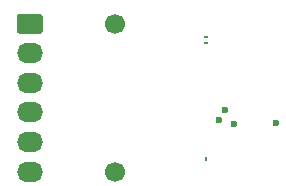
<source format=gts>
G04 #@! TF.GenerationSoftware,KiCad,Pcbnew,8.0.7-8.0.7-0~ubuntu22.04.1*
G04 #@! TF.CreationDate,2024-12-16T06:05:48+00:00*
G04 #@! TF.ProjectId,Test_2,54657374-5f32-42e6-9b69-6361645f7063,rev?*
G04 #@! TF.SameCoordinates,PX85e5580PY67486e0*
G04 #@! TF.FileFunction,Soldermask,Top*
G04 #@! TF.FilePolarity,Negative*
%FSLAX46Y46*%
G04 Gerber Fmt 4.6, Leading zero omitted, Abs format (unit mm)*
G04 Created by KiCad (PCBNEW 8.0.7-8.0.7-0~ubuntu22.04.1) date 2024-12-16 06:05:48*
%MOMM*%
%LPD*%
G01*
G04 APERTURE LIST*
%ADD10O,0.250000X0.499999*%
%ADD11O,0.499999X0.250000*%
%ADD12C,0.599999*%
%ADD13C,1.700000*%
%ADD14O,2.200000X1.700000*%
G04 APERTURE END LIST*
D10*
G04 #@! TO.C,M1*
X18937503Y5000004D03*
D11*
X18987501Y15349998D03*
X18987501Y14849997D03*
D12*
X20037499Y8300000D03*
X20562499Y9175002D03*
X21312497Y7999998D03*
X24862498Y8075001D03*
G04 #@! TD*
D13*
G04 #@! TO.C,J1*
X11225007Y16466671D03*
X11225007Y3966671D03*
G36*
G01*
X2945007Y15866671D02*
X2945007Y17066671D01*
G75*
G02*
X3195007Y17316671I250000J0D01*
G01*
X4895007Y17316671D01*
G75*
G02*
X5145007Y17066671I0J-250000D01*
G01*
X5145007Y15866671D01*
G75*
G02*
X4895007Y15616671I-250000J0D01*
G01*
X3195007Y15616671D01*
G75*
G02*
X2945007Y15866671I0J250000D01*
G01*
G37*
D14*
X4045007Y13966671D03*
X4045007Y11466671D03*
X4045007Y8966671D03*
X4045007Y6466671D03*
X4045007Y3966671D03*
G04 #@! TD*
M02*

</source>
